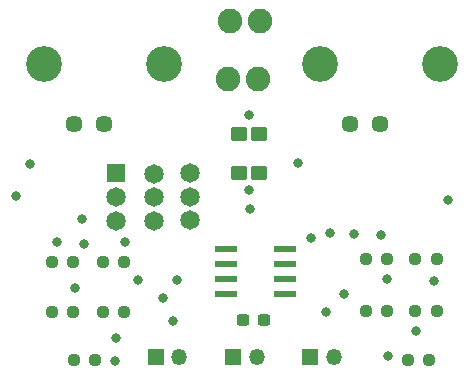
<source format=gbr>
%TF.GenerationSoftware,KiCad,Pcbnew,(5.99.0-9773-gf428ce03f2)*%
%TF.CreationDate,2021-05-10T10:20:16-04:00*%
%TF.ProjectId,D5XAMP_v4,44355841-4d50-45f7-9634-2e6b69636164,rev?*%
%TF.SameCoordinates,Original*%
%TF.FileFunction,Soldermask,Top*%
%TF.FilePolarity,Negative*%
%FSLAX46Y46*%
G04 Gerber Fmt 4.6, Leading zero omitted, Abs format (unit mm)*
G04 Created by KiCad (PCBNEW (5.99.0-9773-gf428ce03f2)) date 2021-05-10 10:20:16*
%MOMM*%
%LPD*%
G01*
G04 APERTURE LIST*
G04 Aperture macros list*
%AMRoundRect*
0 Rectangle with rounded corners*
0 $1 Rounding radius*
0 $2 $3 $4 $5 $6 $7 $8 $9 X,Y pos of 4 corners*
0 Add a 4 corners polygon primitive as box body*
4,1,4,$2,$3,$4,$5,$6,$7,$8,$9,$2,$3,0*
0 Add four circle primitives for the rounded corners*
1,1,$1+$1,$2,$3*
1,1,$1+$1,$4,$5*
1,1,$1+$1,$6,$7*
1,1,$1+$1,$8,$9*
0 Add four rect primitives between the rounded corners*
20,1,$1+$1,$2,$3,$4,$5,0*
20,1,$1+$1,$4,$5,$6,$7,0*
20,1,$1+$1,$6,$7,$8,$9,0*
20,1,$1+$1,$8,$9,$2,$3,0*%
G04 Aperture macros list end*
%ADD10RoundRect,0.237500X-0.250000X-0.237500X0.250000X-0.237500X0.250000X0.237500X-0.250000X0.237500X0*%
%ADD11R,1.350000X1.350000*%
%ADD12O,1.350000X1.350000*%
%ADD13C,2.082800*%
%ADD14RoundRect,0.101600X-0.549910X-0.499110X0.549910X-0.499110X0.549910X0.499110X-0.549910X0.499110X0*%
%ADD15C,1.650000*%
%ADD16R,1.650000X1.650000*%
%ADD17C,1.446000*%
%ADD18C,3.015000*%
%ADD19R,1.970000X0.600000*%
%ADD20RoundRect,0.237500X-0.300000X-0.237500X0.300000X-0.237500X0.300000X0.237500X-0.300000X0.237500X0*%
%ADD21RoundRect,0.237500X0.250000X0.237500X-0.250000X0.237500X-0.250000X-0.237500X0.250000X-0.237500X0*%
%ADD22C,0.800000*%
G04 APERTURE END LIST*
D10*
%TO.C,R9*%
X51287500Y-47480000D03*
X53112500Y-47480000D03*
%TD*%
%TO.C,R8*%
X55477500Y-43080000D03*
X57302500Y-43080000D03*
%TD*%
D11*
%TO.C,J2*%
X40070000Y-51340000D03*
D12*
X42070000Y-51340000D03*
%TD*%
D13*
%TO.C,GREEN1*%
X39630000Y-27800000D03*
X42170000Y-27800000D03*
%TD*%
D14*
%TO.C,R12*%
X40530000Y-35800000D03*
X42226720Y-35800000D03*
%TD*%
D13*
%TO.C,RED1*%
X39790000Y-22900000D03*
X42330000Y-22900000D03*
%TD*%
D15*
%TO.C,U2*%
X33360000Y-35840000D03*
D16*
X30180000Y-35810000D03*
D15*
X36450000Y-35790000D03*
X33360000Y-37840000D03*
X30180000Y-37810000D03*
X36450000Y-37790000D03*
X33350000Y-39860000D03*
X30170000Y-39830000D03*
X36440000Y-39810000D03*
%TD*%
D11*
%TO.C,J3*%
X46610000Y-51340000D03*
D12*
X48610000Y-51340000D03*
%TD*%
D10*
%TO.C,R4*%
X29050000Y-43310000D03*
X30875000Y-43310000D03*
%TD*%
%TO.C,R2*%
X24710000Y-47570000D03*
X26535000Y-47570000D03*
%TD*%
%TO.C,R3*%
X29040000Y-47580000D03*
X30865000Y-47580000D03*
%TD*%
D17*
%TO.C,J5*%
X49930000Y-31623732D03*
X52470000Y-31623732D03*
D18*
X57550000Y-26543732D03*
X47390000Y-26543732D03*
%TD*%
D19*
%TO.C,U1*%
X39510000Y-42205000D03*
X39510000Y-43475000D03*
X39510000Y-44745000D03*
X39510000Y-46015000D03*
X44450000Y-46015000D03*
X44450000Y-44745000D03*
X44450000Y-43475000D03*
X44450000Y-42205000D03*
%TD*%
D10*
%TO.C,R7*%
X54837500Y-51630000D03*
X56662500Y-51630000D03*
%TD*%
D14*
%TO.C,R1*%
X40581640Y-32520000D03*
X42278360Y-32520000D03*
%TD*%
D10*
%TO.C,R11*%
X51287500Y-43080000D03*
X53112500Y-43080000D03*
%TD*%
%TO.C,R10*%
X55467500Y-47480000D03*
X57292500Y-47480000D03*
%TD*%
%TO.C,R6*%
X26570000Y-51660000D03*
X28395000Y-51660000D03*
%TD*%
D17*
%TO.C,J4*%
X26560000Y-31663732D03*
X29100000Y-31663732D03*
D18*
X34180000Y-26583732D03*
X24020000Y-26583732D03*
%TD*%
D20*
%TO.C,C1*%
X40937500Y-48260000D03*
X42662500Y-48260000D03*
%TD*%
D11*
%TO.C,J1*%
X33530000Y-51340000D03*
D12*
X35530000Y-51340000D03*
%TD*%
D21*
%TO.C,R5*%
X26535000Y-43290000D03*
X24710000Y-43290000D03*
%TD*%
D22*
X47910000Y-47560000D03*
X46690000Y-41280000D03*
X26670000Y-45520000D03*
X35000000Y-48310000D03*
X55550000Y-49150000D03*
X25140000Y-41610000D03*
X30120000Y-49800000D03*
X21680000Y-37730000D03*
X30080000Y-51690000D03*
X53210000Y-51280000D03*
X27450000Y-41820000D03*
X34100000Y-46380000D03*
X49460000Y-46050000D03*
X32030000Y-44810000D03*
X35330000Y-44810000D03*
X30910000Y-41640000D03*
X50320000Y-40990000D03*
X58300000Y-38070000D03*
X52620000Y-41080000D03*
X48235000Y-40905000D03*
X53112500Y-44737500D03*
X57040000Y-44950000D03*
X45540000Y-34950000D03*
X41450000Y-30910000D03*
X22840000Y-35000000D03*
X27250000Y-39660000D03*
X41390000Y-37260000D03*
X41520000Y-38840000D03*
M02*

</source>
